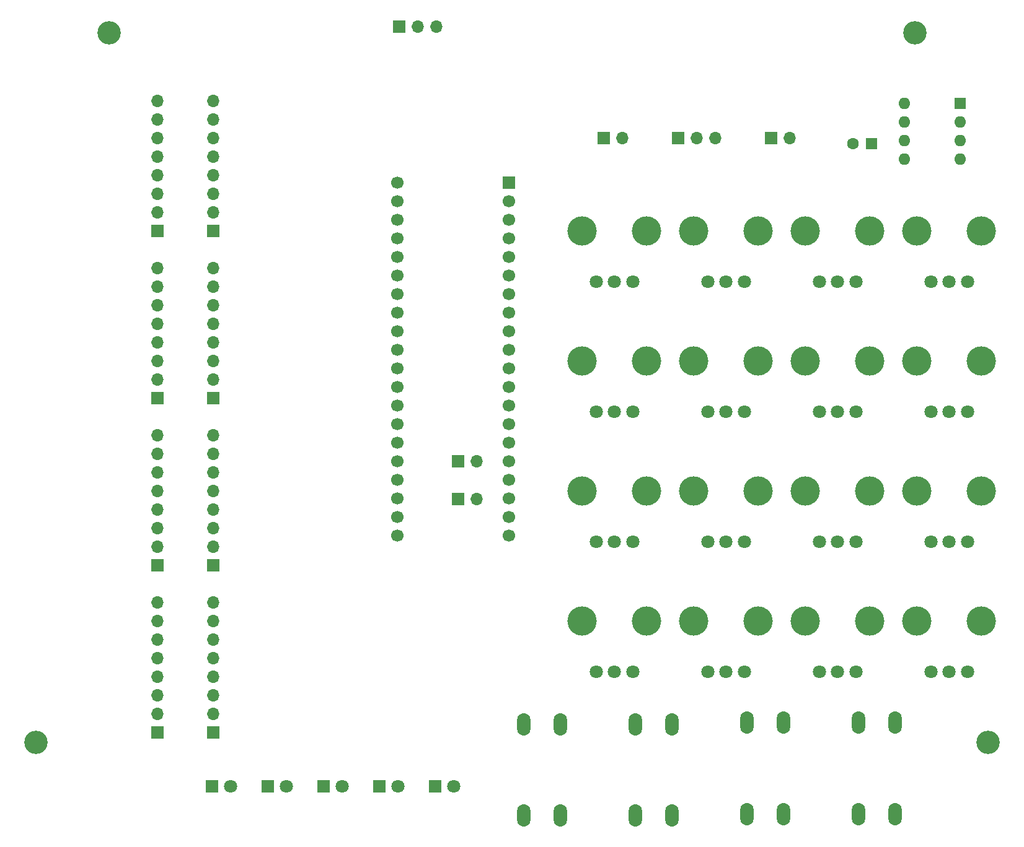
<source format=gbr>
%TF.GenerationSoftware,KiCad,Pcbnew,(6.0.1)*%
%TF.CreationDate,2022-07-13T15:29:40+01:00*%
%TF.ProjectId,polymod_proto_1,706f6c79-6d6f-4645-9f70-726f746f5f31,rev?*%
%TF.SameCoordinates,Original*%
%TF.FileFunction,Soldermask,Bot*%
%TF.FilePolarity,Negative*%
%FSLAX46Y46*%
G04 Gerber Fmt 4.6, Leading zero omitted, Abs format (unit mm)*
G04 Created by KiCad (PCBNEW (6.0.1)) date 2022-07-13 15:29:40*
%MOMM*%
%LPD*%
G01*
G04 APERTURE LIST*
%ADD10C,4.000000*%
%ADD11C,1.800000*%
%ADD12R,1.700000X1.700000*%
%ADD13O,1.700000X1.700000*%
%ADD14O,1.850000X3.048000*%
%ADD15R,1.800000X1.800000*%
%ADD16C,3.200000*%
%ADD17C,1.700000*%
%ADD18R,1.600000X1.600000*%
%ADD19O,1.600000X1.600000*%
%ADD20C,1.600000*%
G04 APERTURE END LIST*
D10*
%TO.C,RV12*%
X205320000Y-101610000D03*
X214120000Y-101610000D03*
D11*
X212220000Y-108610000D03*
X209720000Y-108610000D03*
X207220000Y-108610000D03*
%TD*%
D10*
%TO.C,RV10*%
X174840000Y-101610000D03*
X183640000Y-101610000D03*
D11*
X181740000Y-108610000D03*
X179240000Y-108610000D03*
X176740000Y-108610000D03*
%TD*%
D10*
%TO.C,RV13*%
X159600000Y-119390000D03*
X168400000Y-119390000D03*
D11*
X166500000Y-126390000D03*
X164000000Y-126390000D03*
X161500000Y-126390000D03*
%TD*%
D10*
%TO.C,RV9*%
X159600000Y-101610000D03*
X168400000Y-101610000D03*
D11*
X166500000Y-108610000D03*
X164000000Y-108610000D03*
X161500000Y-108610000D03*
%TD*%
D10*
%TO.C,RV6*%
X174840000Y-83830000D03*
X183640000Y-83830000D03*
D11*
X181740000Y-90830000D03*
X179240000Y-90830000D03*
X176740000Y-90830000D03*
%TD*%
D10*
%TO.C,RV14*%
X174840000Y-119390000D03*
X183640000Y-119390000D03*
D11*
X181740000Y-126390000D03*
X179240000Y-126390000D03*
X176740000Y-126390000D03*
%TD*%
D10*
%TO.C,RV3*%
X190080000Y-66050000D03*
X198880000Y-66050000D03*
D11*
X196980000Y-73050000D03*
X194480000Y-73050000D03*
X191980000Y-73050000D03*
%TD*%
D10*
%TO.C,RV2*%
X174840000Y-66050000D03*
X183640000Y-66050000D03*
D11*
X181740000Y-73050000D03*
X179240000Y-73050000D03*
X176740000Y-73050000D03*
%TD*%
D10*
%TO.C,RV15*%
X190080000Y-119390000D03*
X198880000Y-119390000D03*
D11*
X196980000Y-126390000D03*
X194480000Y-126390000D03*
X191980000Y-126390000D03*
%TD*%
D10*
%TO.C,RV8*%
X205320000Y-83830000D03*
X214120000Y-83830000D03*
D11*
X212220000Y-90830000D03*
X209720000Y-90830000D03*
X207220000Y-90830000D03*
%TD*%
D10*
%TO.C,RV11*%
X190080000Y-101610000D03*
X198880000Y-101610000D03*
D11*
X196980000Y-108610000D03*
X194480000Y-108610000D03*
X191980000Y-108610000D03*
%TD*%
D10*
%TO.C,RV1*%
X159600000Y-66050000D03*
X168400000Y-66050000D03*
D11*
X166500000Y-73050000D03*
X164000000Y-73050000D03*
X161500000Y-73050000D03*
%TD*%
D10*
%TO.C,RV4*%
X205320000Y-66050000D03*
X214120000Y-66050000D03*
D11*
X212220000Y-73050000D03*
X209720000Y-73050000D03*
X207220000Y-73050000D03*
%TD*%
D10*
%TO.C,RV16*%
X205320000Y-119390000D03*
X214120000Y-119390000D03*
D11*
X212220000Y-126390000D03*
X209720000Y-126390000D03*
X207220000Y-126390000D03*
%TD*%
D10*
%TO.C,RV5*%
X159600000Y-83830000D03*
X168400000Y-83830000D03*
D11*
X166500000Y-90830000D03*
X164000000Y-90830000D03*
X161500000Y-90830000D03*
%TD*%
D10*
%TO.C,RV7*%
X190080000Y-83830000D03*
X198880000Y-83830000D03*
D11*
X196980000Y-90830000D03*
X194480000Y-90830000D03*
X191980000Y-90830000D03*
%TD*%
D12*
%TO.C,JP1*%
X185420000Y-53340000D03*
D13*
X187960000Y-53340000D03*
%TD*%
D12*
%TO.C,J10*%
X101600000Y-134620000D03*
D13*
X101600000Y-132080000D03*
X101600000Y-129540000D03*
X101600000Y-127000000D03*
X101600000Y-124460000D03*
X101600000Y-121920000D03*
X101600000Y-119380000D03*
X101600000Y-116840000D03*
%TD*%
D14*
%TO.C,SW3*%
X182120000Y-133340000D03*
X182120000Y-145840000D03*
X187120000Y-145840000D03*
X187120000Y-133340000D03*
%TD*%
D15*
%TO.C,D4*%
X124240000Y-142000000D03*
D11*
X126780000Y-142000000D03*
%TD*%
D12*
%TO.C,J7*%
X109220000Y-66040000D03*
D13*
X109220000Y-63500000D03*
X109220000Y-60960000D03*
X109220000Y-58420000D03*
X109220000Y-55880000D03*
X109220000Y-53340000D03*
X109220000Y-50800000D03*
X109220000Y-48260000D03*
%TD*%
D14*
%TO.C,SW4*%
X197320000Y-145840000D03*
X197320000Y-133340000D03*
X202320000Y-145840000D03*
X202320000Y-133340000D03*
%TD*%
D12*
%TO.C,J4*%
X162560000Y-53340000D03*
D13*
X165100000Y-53340000D03*
%TD*%
D12*
%TO.C,J11*%
X109220000Y-88900000D03*
D13*
X109220000Y-86360000D03*
X109220000Y-83820000D03*
X109220000Y-81280000D03*
X109220000Y-78740000D03*
X109220000Y-76200000D03*
X109220000Y-73660000D03*
X109220000Y-71120000D03*
%TD*%
D16*
%TO.C,H4*%
X215000000Y-136000000D03*
%TD*%
D15*
%TO.C,D5*%
X131860000Y-142000000D03*
D11*
X134400000Y-142000000D03*
%TD*%
D14*
%TO.C,SW1*%
X151600000Y-133540000D03*
X151600000Y-146040000D03*
X156600000Y-146040000D03*
X156600000Y-133540000D03*
%TD*%
D12*
%TO.C,J9*%
X101600000Y-111760000D03*
D13*
X101600000Y-109220000D03*
X101600000Y-106680000D03*
X101600000Y-104140000D03*
X101600000Y-101600000D03*
X101600000Y-99060000D03*
X101600000Y-96520000D03*
X101600000Y-93980000D03*
%TD*%
D15*
%TO.C,D2*%
X109000000Y-142000000D03*
D11*
X111540000Y-142000000D03*
%TD*%
D12*
%TO.C,J8*%
X101600000Y-88900000D03*
D13*
X101600000Y-86360000D03*
X101600000Y-83820000D03*
X101600000Y-81280000D03*
X101600000Y-78740000D03*
X101600000Y-76200000D03*
X101600000Y-73660000D03*
X101600000Y-71120000D03*
%TD*%
D14*
%TO.C,SW2*%
X166880000Y-146040000D03*
X166880000Y-133540000D03*
X171880000Y-133540000D03*
X171880000Y-146040000D03*
%TD*%
D12*
%TO.C,J13*%
X109200000Y-134620000D03*
D13*
X109200000Y-132080000D03*
X109200000Y-129540000D03*
X109200000Y-127000000D03*
X109200000Y-124460000D03*
X109200000Y-121920000D03*
X109200000Y-119380000D03*
X109200000Y-116840000D03*
%TD*%
D12*
%TO.C,J6*%
X101600000Y-66120000D03*
D13*
X101600000Y-63580000D03*
X101600000Y-61040000D03*
X101600000Y-58500000D03*
X101600000Y-55960000D03*
X101600000Y-53420000D03*
X101600000Y-50880000D03*
X101600000Y-48340000D03*
%TD*%
D12*
%TO.C,J1*%
X142660000Y-102700000D03*
D13*
X145200000Y-102700000D03*
%TD*%
D15*
%TO.C,D6*%
X139480000Y-142000000D03*
D11*
X142020000Y-142000000D03*
%TD*%
D16*
%TO.C,H2*%
X205000000Y-39000000D03*
%TD*%
D12*
%TO.C,J14*%
X172720000Y-53340000D03*
D13*
X175260000Y-53340000D03*
X177800000Y-53340000D03*
%TD*%
D12*
%TO.C,J2*%
X134620000Y-38100000D03*
D13*
X137160000Y-38100000D03*
X139700000Y-38100000D03*
%TD*%
D15*
%TO.C,D3*%
X116620000Y-142000000D03*
D11*
X119160000Y-142000000D03*
%TD*%
D12*
%TO.C,J12*%
X109220000Y-111760000D03*
D13*
X109220000Y-109220000D03*
X109220000Y-106680000D03*
X109220000Y-104140000D03*
X109220000Y-101600000D03*
X109220000Y-99060000D03*
X109220000Y-96520000D03*
X109220000Y-93980000D03*
%TD*%
D16*
%TO.C,H3*%
X85000000Y-136000000D03*
%TD*%
D12*
%TO.C,J3*%
X142600000Y-97600000D03*
D13*
X145140000Y-97600000D03*
%TD*%
D16*
%TO.C,H1*%
X95000000Y-39000000D03*
%TD*%
D12*
%TO.C,A1*%
X149577500Y-59500000D03*
D17*
X149577500Y-62040000D03*
X149577500Y-64580000D03*
X149577500Y-67120000D03*
X149577500Y-69660000D03*
X149577500Y-72200000D03*
X149577500Y-74740000D03*
X149577500Y-77280000D03*
X149577500Y-79820000D03*
X149577500Y-82360000D03*
X149577500Y-84900000D03*
X149577500Y-87440000D03*
X149577500Y-89980000D03*
X149577500Y-92520000D03*
X149577500Y-95060000D03*
X149577500Y-97600000D03*
X149577500Y-100140000D03*
X149577500Y-102680000D03*
X149577500Y-105220000D03*
X149577500Y-107760000D03*
X134337500Y-107760000D03*
X134337500Y-105220000D03*
X134337500Y-102680000D03*
X134337500Y-100140000D03*
X134337500Y-97600000D03*
X134337500Y-95060000D03*
X134337500Y-92520000D03*
X134337500Y-89980000D03*
X134337500Y-87440000D03*
X134337500Y-84900000D03*
X134337500Y-82360000D03*
X134337500Y-79820000D03*
X134337500Y-77280000D03*
X134337500Y-74740000D03*
X134337500Y-72200000D03*
X134337500Y-69660000D03*
X134337500Y-67120000D03*
X134337500Y-64580000D03*
X134337500Y-62040000D03*
X134337500Y-59500000D03*
%TD*%
D18*
%TO.C,U1*%
X211200000Y-48600000D03*
D19*
X211200000Y-51140000D03*
X211200000Y-53680000D03*
X211200000Y-56220000D03*
X203580000Y-56220000D03*
X203580000Y-53680000D03*
X203580000Y-51140000D03*
X203580000Y-48600000D03*
%TD*%
D18*
%TO.C,C1*%
X199082380Y-54100000D03*
D20*
X196582380Y-54100000D03*
%TD*%
M02*

</source>
